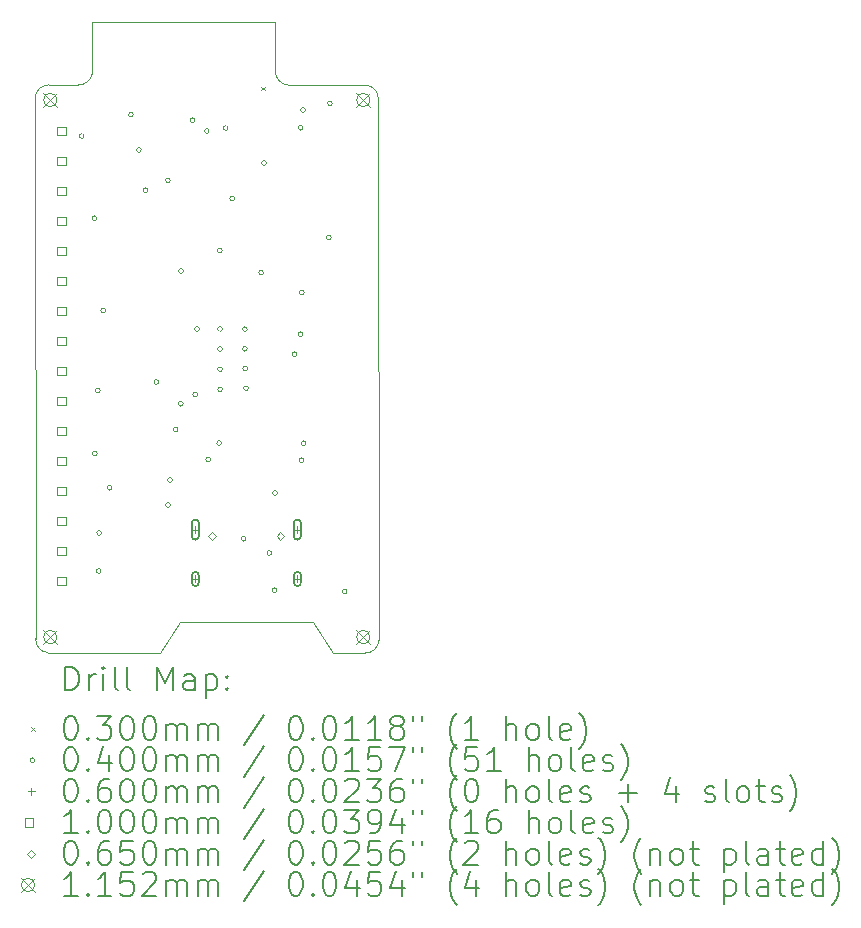
<source format=gbr>
%TF.GenerationSoftware,KiCad,Pcbnew,(6.0.10)*%
%TF.CreationDate,2023-02-05T17:29:57-05:00*%
%TF.ProjectId,MrKoh,4d724b6f-682e-46b6-9963-61645f706362,1*%
%TF.SameCoordinates,Original*%
%TF.FileFunction,Drillmap*%
%TF.FilePolarity,Positive*%
%FSLAX45Y45*%
G04 Gerber Fmt 4.5, Leading zero omitted, Abs format (unit mm)*
G04 Created by KiCad (PCBNEW (6.0.10)) date 2023-02-05 17:29:57*
%MOMM*%
%LPD*%
G01*
G04 APERTURE LIST*
%ADD10C,0.100000*%
%ADD11C,0.200000*%
%ADD12C,0.030000*%
%ADD13C,0.040000*%
%ADD14C,0.060000*%
%ADD15C,0.065000*%
%ADD16C,0.115200*%
G04 APERTURE END LIST*
D10*
X3847500Y-7967500D02*
X4120431Y-7968973D01*
X3679000Y-7709000D02*
X3847500Y-7967500D01*
X2553000Y-7709000D02*
X3679000Y-7709000D01*
X2385000Y-7967500D02*
X2553000Y-7709000D01*
X1692500Y-3160001D02*
G75*
G03*
X1810000Y-3065000I3390J115971D01*
G01*
X4231938Y-3277679D02*
X4237500Y-7862500D01*
X1810000Y-2630000D02*
X1810000Y-3065000D01*
X3360000Y-2630000D02*
X1810000Y-2630000D01*
X1330562Y-7849821D02*
X1328835Y-3254250D01*
X1330560Y-7849821D02*
G75*
G03*
X1437035Y-7966890I113320J-3889D01*
G01*
X1446335Y-3159250D02*
X1692500Y-3160000D01*
X4231940Y-3277679D02*
G75*
G03*
X4125465Y-3160610I-113320J3889D01*
G01*
X3361030Y-3042931D02*
G75*
G03*
X3467500Y-3160000I113320J-3889D01*
G01*
X1446335Y-3159250D02*
G75*
G03*
X1328835Y-3254250I-3390J-115971D01*
G01*
X3467500Y-3160000D02*
X4125465Y-3160610D01*
X4120431Y-7968970D02*
G75*
G03*
X4237500Y-7862500I3889J113320D01*
G01*
X2385000Y-7967500D02*
X1437035Y-7966890D01*
X3361027Y-3042931D02*
X3360000Y-2630000D01*
D11*
D12*
X3240000Y-3175000D02*
X3270000Y-3205000D01*
X3270000Y-3175000D02*
X3240000Y-3205000D01*
D13*
X1740000Y-3592500D02*
G75*
G03*
X1740000Y-3592500I-20000J0D01*
G01*
X1847450Y-4288006D02*
G75*
G03*
X1847450Y-4288006I-20000J0D01*
G01*
X1852500Y-6280000D02*
G75*
G03*
X1852500Y-6280000I-20000J0D01*
G01*
X1877500Y-5745000D02*
G75*
G03*
X1877500Y-5745000I-20000J0D01*
G01*
X1885000Y-7275000D02*
G75*
G03*
X1885000Y-7275000I-20000J0D01*
G01*
X1889000Y-6953000D02*
G75*
G03*
X1889000Y-6953000I-20000J0D01*
G01*
X1922500Y-5070000D02*
G75*
G03*
X1922500Y-5070000I-20000J0D01*
G01*
X1978000Y-6571000D02*
G75*
G03*
X1978000Y-6571000I-20000J0D01*
G01*
X2157500Y-3412450D02*
G75*
G03*
X2157500Y-3412450I-20000J0D01*
G01*
X2225000Y-3710000D02*
G75*
G03*
X2225000Y-3710000I-20000J0D01*
G01*
X2280000Y-4050000D02*
G75*
G03*
X2280000Y-4050000I-20000J0D01*
G01*
X2372500Y-5675000D02*
G75*
G03*
X2372500Y-5675000I-20000J0D01*
G01*
X2471270Y-3968730D02*
G75*
G03*
X2471270Y-3968730I-20000J0D01*
G01*
X2472500Y-6717500D02*
G75*
G03*
X2472500Y-6717500I-20000J0D01*
G01*
X2487500Y-6505000D02*
G75*
G03*
X2487500Y-6505000I-20000J0D01*
G01*
X2536000Y-6077000D02*
G75*
G03*
X2536000Y-6077000I-20000J0D01*
G01*
X2580000Y-5860000D02*
G75*
G03*
X2580000Y-5860000I-20000J0D01*
G01*
X2582000Y-4735000D02*
G75*
G03*
X2582000Y-4735000I-20000J0D01*
G01*
X2680000Y-3457450D02*
G75*
G03*
X2680000Y-3457450I-20000J0D01*
G01*
X2702500Y-5782500D02*
G75*
G03*
X2702500Y-5782500I-20000J0D01*
G01*
X2717500Y-5225000D02*
G75*
G03*
X2717500Y-5225000I-20000J0D01*
G01*
X2800000Y-3550000D02*
G75*
G03*
X2800000Y-3550000I-20000J0D01*
G01*
X2812450Y-6329995D02*
G75*
G03*
X2812450Y-6329995I-20000J0D01*
G01*
X2905000Y-6192495D02*
G75*
G03*
X2905000Y-6192495I-20000J0D01*
G01*
X2910000Y-4560000D02*
G75*
G03*
X2910000Y-4560000I-20000J0D01*
G01*
X2912500Y-5225000D02*
G75*
G03*
X2912500Y-5225000I-20000J0D01*
G01*
X2912500Y-5395833D02*
G75*
G03*
X2912500Y-5395833I-20000J0D01*
G01*
X2912500Y-5566667D02*
G75*
G03*
X2912500Y-5566667I-20000J0D01*
G01*
X2912500Y-5737500D02*
G75*
G03*
X2912500Y-5737500I-20000J0D01*
G01*
X2960000Y-3525000D02*
G75*
G03*
X2960000Y-3525000I-20000J0D01*
G01*
X3015000Y-4120000D02*
G75*
G03*
X3015000Y-4120000I-20000J0D01*
G01*
X3112500Y-7002500D02*
G75*
G03*
X3112500Y-7002500I-20000J0D01*
G01*
X3122500Y-5227500D02*
G75*
G03*
X3122500Y-5227500I-20000J0D01*
G01*
X3122500Y-5394167D02*
G75*
G03*
X3122500Y-5394167I-20000J0D01*
G01*
X3125000Y-5560833D02*
G75*
G03*
X3125000Y-5560833I-20000J0D01*
G01*
X3132500Y-5727500D02*
G75*
G03*
X3132500Y-5727500I-20000J0D01*
G01*
X3260000Y-4750000D02*
G75*
G03*
X3260000Y-4750000I-20000J0D01*
G01*
X3285000Y-3820000D02*
G75*
G03*
X3285000Y-3820000I-20000J0D01*
G01*
X3329462Y-7123038D02*
G75*
G03*
X3329462Y-7123038I-20000J0D01*
G01*
X3374000Y-7437000D02*
G75*
G03*
X3374000Y-7437000I-20000J0D01*
G01*
X3377500Y-6615000D02*
G75*
G03*
X3377500Y-6615000I-20000J0D01*
G01*
X3542500Y-5440000D02*
G75*
G03*
X3542500Y-5440000I-20000J0D01*
G01*
X3592500Y-5270000D02*
G75*
G03*
X3592500Y-5270000I-20000J0D01*
G01*
X3594995Y-3522455D02*
G75*
G03*
X3594995Y-3522455I-20000J0D01*
G01*
X3602500Y-6337500D02*
G75*
G03*
X3602500Y-6337500I-20000J0D01*
G01*
X3605000Y-4917500D02*
G75*
G03*
X3605000Y-4917500I-20000J0D01*
G01*
X3615611Y-3372450D02*
G75*
G03*
X3615611Y-3372450I-20000J0D01*
G01*
X3620538Y-6193038D02*
G75*
G03*
X3620538Y-6193038I-20000J0D01*
G01*
X3832500Y-4450000D02*
G75*
G03*
X3832500Y-4450000I-20000J0D01*
G01*
X3842500Y-3315000D02*
G75*
G03*
X3842500Y-3315000I-20000J0D01*
G01*
X3967500Y-7447500D02*
G75*
G03*
X3967500Y-7447500I-20000J0D01*
G01*
D14*
X2683000Y-6894495D02*
X2683000Y-6954495D01*
X2653000Y-6924495D02*
X2713000Y-6924495D01*
D11*
X2653000Y-6869495D02*
X2653000Y-6979495D01*
X2713000Y-6869495D02*
X2713000Y-6979495D01*
X2653000Y-6979495D02*
G75*
G03*
X2713000Y-6979495I30000J0D01*
G01*
X2713000Y-6869495D02*
G75*
G03*
X2653000Y-6869495I-30000J0D01*
G01*
D14*
X2683000Y-7312495D02*
X2683000Y-7372495D01*
X2653000Y-7342495D02*
X2713000Y-7342495D01*
D11*
X2653000Y-7312495D02*
X2653000Y-7372495D01*
X2713000Y-7312495D02*
X2713000Y-7372495D01*
X2653000Y-7372495D02*
G75*
G03*
X2713000Y-7372495I30000J0D01*
G01*
X2713000Y-7312495D02*
G75*
G03*
X2653000Y-7312495I-30000J0D01*
G01*
D14*
X3547000Y-6894495D02*
X3547000Y-6954495D01*
X3517000Y-6924495D02*
X3577000Y-6924495D01*
D11*
X3517000Y-6869495D02*
X3517000Y-6979495D01*
X3577000Y-6869495D02*
X3577000Y-6979495D01*
X3517000Y-6979495D02*
G75*
G03*
X3577000Y-6979495I30000J0D01*
G01*
X3577000Y-6869495D02*
G75*
G03*
X3517000Y-6869495I-30000J0D01*
G01*
D14*
X3547000Y-7312495D02*
X3547000Y-7372495D01*
X3517000Y-7342495D02*
X3577000Y-7342495D01*
D11*
X3517000Y-7312495D02*
X3517000Y-7372495D01*
X3577000Y-7312495D02*
X3577000Y-7372495D01*
X3517000Y-7372495D02*
G75*
G03*
X3577000Y-7372495I30000J0D01*
G01*
X3577000Y-7312495D02*
G75*
G03*
X3517000Y-7312495I-30000J0D01*
G01*
D10*
X1585356Y-3585356D02*
X1585356Y-3514644D01*
X1514644Y-3514644D01*
X1514644Y-3585356D01*
X1585356Y-3585356D01*
X1585356Y-3839356D02*
X1585356Y-3768644D01*
X1514644Y-3768644D01*
X1514644Y-3839356D01*
X1585356Y-3839356D01*
X1585356Y-4093356D02*
X1585356Y-4022644D01*
X1514644Y-4022644D01*
X1514644Y-4093356D01*
X1585356Y-4093356D01*
X1585356Y-4347356D02*
X1585356Y-4276644D01*
X1514644Y-4276644D01*
X1514644Y-4347356D01*
X1585356Y-4347356D01*
X1585356Y-4601356D02*
X1585356Y-4530644D01*
X1514644Y-4530644D01*
X1514644Y-4601356D01*
X1585356Y-4601356D01*
X1585356Y-4855356D02*
X1585356Y-4784644D01*
X1514644Y-4784644D01*
X1514644Y-4855356D01*
X1585356Y-4855356D01*
X1585356Y-5109356D02*
X1585356Y-5038644D01*
X1514644Y-5038644D01*
X1514644Y-5109356D01*
X1585356Y-5109356D01*
X1585356Y-5363356D02*
X1585356Y-5292644D01*
X1514644Y-5292644D01*
X1514644Y-5363356D01*
X1585356Y-5363356D01*
X1585356Y-5617356D02*
X1585356Y-5546644D01*
X1514644Y-5546644D01*
X1514644Y-5617356D01*
X1585356Y-5617356D01*
X1585356Y-5871356D02*
X1585356Y-5800644D01*
X1514644Y-5800644D01*
X1514644Y-5871356D01*
X1585356Y-5871356D01*
X1585356Y-6125356D02*
X1585356Y-6054644D01*
X1514644Y-6054644D01*
X1514644Y-6125356D01*
X1585356Y-6125356D01*
X1585356Y-6379356D02*
X1585356Y-6308644D01*
X1514644Y-6308644D01*
X1514644Y-6379356D01*
X1585356Y-6379356D01*
X1585356Y-6633356D02*
X1585356Y-6562644D01*
X1514644Y-6562644D01*
X1514644Y-6633356D01*
X1585356Y-6633356D01*
X1585356Y-6887356D02*
X1585356Y-6816644D01*
X1514644Y-6816644D01*
X1514644Y-6887356D01*
X1585356Y-6887356D01*
X1585356Y-7141356D02*
X1585356Y-7070644D01*
X1514644Y-7070644D01*
X1514644Y-7141356D01*
X1585356Y-7141356D01*
X1585356Y-7395356D02*
X1585356Y-7324644D01*
X1514644Y-7324644D01*
X1514644Y-7395356D01*
X1585356Y-7395356D01*
D15*
X2826000Y-7009995D02*
X2858500Y-6977495D01*
X2826000Y-6944995D01*
X2793500Y-6977495D01*
X2826000Y-7009995D01*
X3404000Y-7009995D02*
X3436500Y-6977495D01*
X3404000Y-6944995D01*
X3371500Y-6977495D01*
X3404000Y-7009995D01*
D16*
X1397400Y-3229900D02*
X1512600Y-3345100D01*
X1512600Y-3229900D02*
X1397400Y-3345100D01*
X1512600Y-3287500D02*
G75*
G03*
X1512600Y-3287500I-57600J0D01*
G01*
X1397400Y-7777400D02*
X1512600Y-7892600D01*
X1512600Y-7777400D02*
X1397400Y-7892600D01*
X1512600Y-7835000D02*
G75*
G03*
X1512600Y-7835000I-57600J0D01*
G01*
X4047400Y-3229900D02*
X4162600Y-3345100D01*
X4162600Y-3229900D02*
X4047400Y-3345100D01*
X4162600Y-3287500D02*
G75*
G03*
X4162600Y-3287500I-57600J0D01*
G01*
X4047400Y-7777400D02*
X4162600Y-7892600D01*
X4162600Y-7777400D02*
X4047400Y-7892600D01*
X4162600Y-7835000D02*
G75*
G03*
X4162600Y-7835000I-57600J0D01*
G01*
D11*
X1581454Y-8284513D02*
X1581454Y-8084513D01*
X1629073Y-8084513D01*
X1657645Y-8094037D01*
X1676692Y-8113085D01*
X1686216Y-8132132D01*
X1695740Y-8170227D01*
X1695740Y-8198799D01*
X1686216Y-8236894D01*
X1676692Y-8255942D01*
X1657645Y-8274989D01*
X1629073Y-8284513D01*
X1581454Y-8284513D01*
X1781454Y-8284513D02*
X1781454Y-8151180D01*
X1781454Y-8189275D02*
X1790978Y-8170227D01*
X1800502Y-8160704D01*
X1819549Y-8151180D01*
X1838597Y-8151180D01*
X1905264Y-8284513D02*
X1905264Y-8151180D01*
X1905264Y-8084513D02*
X1895740Y-8094037D01*
X1905264Y-8103561D01*
X1914787Y-8094037D01*
X1905264Y-8084513D01*
X1905264Y-8103561D01*
X2029073Y-8284513D02*
X2010025Y-8274989D01*
X2000502Y-8255942D01*
X2000502Y-8084513D01*
X2133835Y-8284513D02*
X2114787Y-8274989D01*
X2105264Y-8255942D01*
X2105264Y-8084513D01*
X2362407Y-8284513D02*
X2362407Y-8084513D01*
X2429073Y-8227370D01*
X2495740Y-8084513D01*
X2495740Y-8284513D01*
X2676692Y-8284513D02*
X2676692Y-8179751D01*
X2667168Y-8160704D01*
X2648121Y-8151180D01*
X2610026Y-8151180D01*
X2590978Y-8160704D01*
X2676692Y-8274989D02*
X2657645Y-8284513D01*
X2610026Y-8284513D01*
X2590978Y-8274989D01*
X2581454Y-8255942D01*
X2581454Y-8236894D01*
X2590978Y-8217847D01*
X2610026Y-8208323D01*
X2657645Y-8208323D01*
X2676692Y-8198799D01*
X2771930Y-8151180D02*
X2771930Y-8351180D01*
X2771930Y-8160704D02*
X2790978Y-8151180D01*
X2829073Y-8151180D01*
X2848121Y-8160704D01*
X2857645Y-8170227D01*
X2867168Y-8189275D01*
X2867168Y-8246418D01*
X2857645Y-8265466D01*
X2848121Y-8274989D01*
X2829073Y-8284513D01*
X2790978Y-8284513D01*
X2771930Y-8274989D01*
X2952883Y-8265466D02*
X2962406Y-8274989D01*
X2952883Y-8284513D01*
X2943359Y-8274989D01*
X2952883Y-8265466D01*
X2952883Y-8284513D01*
X2952883Y-8160704D02*
X2962406Y-8170227D01*
X2952883Y-8179751D01*
X2943359Y-8170227D01*
X2952883Y-8160704D01*
X2952883Y-8179751D01*
D12*
X1293835Y-8599037D02*
X1323835Y-8629037D01*
X1323835Y-8599037D02*
X1293835Y-8629037D01*
D11*
X1619549Y-8504513D02*
X1638597Y-8504513D01*
X1657645Y-8514037D01*
X1667168Y-8523561D01*
X1676692Y-8542609D01*
X1686216Y-8580704D01*
X1686216Y-8628323D01*
X1676692Y-8666418D01*
X1667168Y-8685466D01*
X1657645Y-8694989D01*
X1638597Y-8704513D01*
X1619549Y-8704513D01*
X1600502Y-8694989D01*
X1590978Y-8685466D01*
X1581454Y-8666418D01*
X1571930Y-8628323D01*
X1571930Y-8580704D01*
X1581454Y-8542609D01*
X1590978Y-8523561D01*
X1600502Y-8514037D01*
X1619549Y-8504513D01*
X1771930Y-8685466D02*
X1781454Y-8694989D01*
X1771930Y-8704513D01*
X1762406Y-8694989D01*
X1771930Y-8685466D01*
X1771930Y-8704513D01*
X1848121Y-8504513D02*
X1971930Y-8504513D01*
X1905264Y-8580704D01*
X1933835Y-8580704D01*
X1952883Y-8590228D01*
X1962406Y-8599751D01*
X1971930Y-8618799D01*
X1971930Y-8666418D01*
X1962406Y-8685466D01*
X1952883Y-8694989D01*
X1933835Y-8704513D01*
X1876692Y-8704513D01*
X1857645Y-8694989D01*
X1848121Y-8685466D01*
X2095740Y-8504513D02*
X2114787Y-8504513D01*
X2133835Y-8514037D01*
X2143359Y-8523561D01*
X2152883Y-8542609D01*
X2162407Y-8580704D01*
X2162407Y-8628323D01*
X2152883Y-8666418D01*
X2143359Y-8685466D01*
X2133835Y-8694989D01*
X2114787Y-8704513D01*
X2095740Y-8704513D01*
X2076692Y-8694989D01*
X2067168Y-8685466D01*
X2057645Y-8666418D01*
X2048121Y-8628323D01*
X2048121Y-8580704D01*
X2057645Y-8542609D01*
X2067168Y-8523561D01*
X2076692Y-8514037D01*
X2095740Y-8504513D01*
X2286216Y-8504513D02*
X2305264Y-8504513D01*
X2324311Y-8514037D01*
X2333835Y-8523561D01*
X2343359Y-8542609D01*
X2352883Y-8580704D01*
X2352883Y-8628323D01*
X2343359Y-8666418D01*
X2333835Y-8685466D01*
X2324311Y-8694989D01*
X2305264Y-8704513D01*
X2286216Y-8704513D01*
X2267168Y-8694989D01*
X2257645Y-8685466D01*
X2248121Y-8666418D01*
X2238597Y-8628323D01*
X2238597Y-8580704D01*
X2248121Y-8542609D01*
X2257645Y-8523561D01*
X2267168Y-8514037D01*
X2286216Y-8504513D01*
X2438597Y-8704513D02*
X2438597Y-8571180D01*
X2438597Y-8590228D02*
X2448121Y-8580704D01*
X2467168Y-8571180D01*
X2495740Y-8571180D01*
X2514787Y-8580704D01*
X2524311Y-8599751D01*
X2524311Y-8704513D01*
X2524311Y-8599751D02*
X2533835Y-8580704D01*
X2552883Y-8571180D01*
X2581454Y-8571180D01*
X2600502Y-8580704D01*
X2610026Y-8599751D01*
X2610026Y-8704513D01*
X2705264Y-8704513D02*
X2705264Y-8571180D01*
X2705264Y-8590228D02*
X2714787Y-8580704D01*
X2733835Y-8571180D01*
X2762407Y-8571180D01*
X2781454Y-8580704D01*
X2790978Y-8599751D01*
X2790978Y-8704513D01*
X2790978Y-8599751D02*
X2800502Y-8580704D01*
X2819549Y-8571180D01*
X2848121Y-8571180D01*
X2867168Y-8580704D01*
X2876692Y-8599751D01*
X2876692Y-8704513D01*
X3267168Y-8494989D02*
X3095740Y-8752132D01*
X3524311Y-8504513D02*
X3543359Y-8504513D01*
X3562406Y-8514037D01*
X3571930Y-8523561D01*
X3581454Y-8542609D01*
X3590978Y-8580704D01*
X3590978Y-8628323D01*
X3581454Y-8666418D01*
X3571930Y-8685466D01*
X3562406Y-8694989D01*
X3543359Y-8704513D01*
X3524311Y-8704513D01*
X3505264Y-8694989D01*
X3495740Y-8685466D01*
X3486216Y-8666418D01*
X3476692Y-8628323D01*
X3476692Y-8580704D01*
X3486216Y-8542609D01*
X3495740Y-8523561D01*
X3505264Y-8514037D01*
X3524311Y-8504513D01*
X3676692Y-8685466D02*
X3686216Y-8694989D01*
X3676692Y-8704513D01*
X3667168Y-8694989D01*
X3676692Y-8685466D01*
X3676692Y-8704513D01*
X3810025Y-8504513D02*
X3829073Y-8504513D01*
X3848121Y-8514037D01*
X3857645Y-8523561D01*
X3867168Y-8542609D01*
X3876692Y-8580704D01*
X3876692Y-8628323D01*
X3867168Y-8666418D01*
X3857645Y-8685466D01*
X3848121Y-8694989D01*
X3829073Y-8704513D01*
X3810025Y-8704513D01*
X3790978Y-8694989D01*
X3781454Y-8685466D01*
X3771930Y-8666418D01*
X3762406Y-8628323D01*
X3762406Y-8580704D01*
X3771930Y-8542609D01*
X3781454Y-8523561D01*
X3790978Y-8514037D01*
X3810025Y-8504513D01*
X4067168Y-8704513D02*
X3952883Y-8704513D01*
X4010025Y-8704513D02*
X4010025Y-8504513D01*
X3990978Y-8533085D01*
X3971930Y-8552132D01*
X3952883Y-8561656D01*
X4257645Y-8704513D02*
X4143359Y-8704513D01*
X4200502Y-8704513D02*
X4200502Y-8504513D01*
X4181454Y-8533085D01*
X4162406Y-8552132D01*
X4143359Y-8561656D01*
X4371930Y-8590228D02*
X4352883Y-8580704D01*
X4343359Y-8571180D01*
X4333835Y-8552132D01*
X4333835Y-8542609D01*
X4343359Y-8523561D01*
X4352883Y-8514037D01*
X4371930Y-8504513D01*
X4410026Y-8504513D01*
X4429073Y-8514037D01*
X4438597Y-8523561D01*
X4448121Y-8542609D01*
X4448121Y-8552132D01*
X4438597Y-8571180D01*
X4429073Y-8580704D01*
X4410026Y-8590228D01*
X4371930Y-8590228D01*
X4352883Y-8599751D01*
X4343359Y-8609275D01*
X4333835Y-8628323D01*
X4333835Y-8666418D01*
X4343359Y-8685466D01*
X4352883Y-8694989D01*
X4371930Y-8704513D01*
X4410026Y-8704513D01*
X4429073Y-8694989D01*
X4438597Y-8685466D01*
X4448121Y-8666418D01*
X4448121Y-8628323D01*
X4438597Y-8609275D01*
X4429073Y-8599751D01*
X4410026Y-8590228D01*
X4524311Y-8504513D02*
X4524311Y-8542609D01*
X4600502Y-8504513D02*
X4600502Y-8542609D01*
X4895740Y-8780704D02*
X4886216Y-8771180D01*
X4867168Y-8742609D01*
X4857645Y-8723561D01*
X4848121Y-8694989D01*
X4838597Y-8647370D01*
X4838597Y-8609275D01*
X4848121Y-8561656D01*
X4857645Y-8533085D01*
X4867168Y-8514037D01*
X4886216Y-8485466D01*
X4895740Y-8475942D01*
X5076692Y-8704513D02*
X4962407Y-8704513D01*
X5019549Y-8704513D02*
X5019549Y-8504513D01*
X5000502Y-8533085D01*
X4981454Y-8552132D01*
X4962407Y-8561656D01*
X5314787Y-8704513D02*
X5314787Y-8504513D01*
X5400502Y-8704513D02*
X5400502Y-8599751D01*
X5390978Y-8580704D01*
X5371930Y-8571180D01*
X5343359Y-8571180D01*
X5324311Y-8580704D01*
X5314787Y-8590228D01*
X5524311Y-8704513D02*
X5505264Y-8694989D01*
X5495740Y-8685466D01*
X5486216Y-8666418D01*
X5486216Y-8609275D01*
X5495740Y-8590228D01*
X5505264Y-8580704D01*
X5524311Y-8571180D01*
X5552883Y-8571180D01*
X5571930Y-8580704D01*
X5581454Y-8590228D01*
X5590978Y-8609275D01*
X5590978Y-8666418D01*
X5581454Y-8685466D01*
X5571930Y-8694989D01*
X5552883Y-8704513D01*
X5524311Y-8704513D01*
X5705264Y-8704513D02*
X5686216Y-8694989D01*
X5676692Y-8675942D01*
X5676692Y-8504513D01*
X5857645Y-8694989D02*
X5838597Y-8704513D01*
X5800502Y-8704513D01*
X5781454Y-8694989D01*
X5771930Y-8675942D01*
X5771930Y-8599751D01*
X5781454Y-8580704D01*
X5800502Y-8571180D01*
X5838597Y-8571180D01*
X5857645Y-8580704D01*
X5867168Y-8599751D01*
X5867168Y-8618799D01*
X5771930Y-8637847D01*
X5933835Y-8780704D02*
X5943359Y-8771180D01*
X5962406Y-8742609D01*
X5971930Y-8723561D01*
X5981454Y-8694989D01*
X5990978Y-8647370D01*
X5990978Y-8609275D01*
X5981454Y-8561656D01*
X5971930Y-8533085D01*
X5962406Y-8514037D01*
X5943359Y-8485466D01*
X5933835Y-8475942D01*
D13*
X1323835Y-8878037D02*
G75*
G03*
X1323835Y-8878037I-20000J0D01*
G01*
D11*
X1619549Y-8768513D02*
X1638597Y-8768513D01*
X1657645Y-8778037D01*
X1667168Y-8787561D01*
X1676692Y-8806609D01*
X1686216Y-8844704D01*
X1686216Y-8892323D01*
X1676692Y-8930418D01*
X1667168Y-8949466D01*
X1657645Y-8958989D01*
X1638597Y-8968513D01*
X1619549Y-8968513D01*
X1600502Y-8958989D01*
X1590978Y-8949466D01*
X1581454Y-8930418D01*
X1571930Y-8892323D01*
X1571930Y-8844704D01*
X1581454Y-8806609D01*
X1590978Y-8787561D01*
X1600502Y-8778037D01*
X1619549Y-8768513D01*
X1771930Y-8949466D02*
X1781454Y-8958989D01*
X1771930Y-8968513D01*
X1762406Y-8958989D01*
X1771930Y-8949466D01*
X1771930Y-8968513D01*
X1952883Y-8835180D02*
X1952883Y-8968513D01*
X1905264Y-8758989D02*
X1857645Y-8901847D01*
X1981454Y-8901847D01*
X2095740Y-8768513D02*
X2114787Y-8768513D01*
X2133835Y-8778037D01*
X2143359Y-8787561D01*
X2152883Y-8806609D01*
X2162407Y-8844704D01*
X2162407Y-8892323D01*
X2152883Y-8930418D01*
X2143359Y-8949466D01*
X2133835Y-8958989D01*
X2114787Y-8968513D01*
X2095740Y-8968513D01*
X2076692Y-8958989D01*
X2067168Y-8949466D01*
X2057645Y-8930418D01*
X2048121Y-8892323D01*
X2048121Y-8844704D01*
X2057645Y-8806609D01*
X2067168Y-8787561D01*
X2076692Y-8778037D01*
X2095740Y-8768513D01*
X2286216Y-8768513D02*
X2305264Y-8768513D01*
X2324311Y-8778037D01*
X2333835Y-8787561D01*
X2343359Y-8806609D01*
X2352883Y-8844704D01*
X2352883Y-8892323D01*
X2343359Y-8930418D01*
X2333835Y-8949466D01*
X2324311Y-8958989D01*
X2305264Y-8968513D01*
X2286216Y-8968513D01*
X2267168Y-8958989D01*
X2257645Y-8949466D01*
X2248121Y-8930418D01*
X2238597Y-8892323D01*
X2238597Y-8844704D01*
X2248121Y-8806609D01*
X2257645Y-8787561D01*
X2267168Y-8778037D01*
X2286216Y-8768513D01*
X2438597Y-8968513D02*
X2438597Y-8835180D01*
X2438597Y-8854228D02*
X2448121Y-8844704D01*
X2467168Y-8835180D01*
X2495740Y-8835180D01*
X2514787Y-8844704D01*
X2524311Y-8863751D01*
X2524311Y-8968513D01*
X2524311Y-8863751D02*
X2533835Y-8844704D01*
X2552883Y-8835180D01*
X2581454Y-8835180D01*
X2600502Y-8844704D01*
X2610026Y-8863751D01*
X2610026Y-8968513D01*
X2705264Y-8968513D02*
X2705264Y-8835180D01*
X2705264Y-8854228D02*
X2714787Y-8844704D01*
X2733835Y-8835180D01*
X2762407Y-8835180D01*
X2781454Y-8844704D01*
X2790978Y-8863751D01*
X2790978Y-8968513D01*
X2790978Y-8863751D02*
X2800502Y-8844704D01*
X2819549Y-8835180D01*
X2848121Y-8835180D01*
X2867168Y-8844704D01*
X2876692Y-8863751D01*
X2876692Y-8968513D01*
X3267168Y-8758989D02*
X3095740Y-9016132D01*
X3524311Y-8768513D02*
X3543359Y-8768513D01*
X3562406Y-8778037D01*
X3571930Y-8787561D01*
X3581454Y-8806609D01*
X3590978Y-8844704D01*
X3590978Y-8892323D01*
X3581454Y-8930418D01*
X3571930Y-8949466D01*
X3562406Y-8958989D01*
X3543359Y-8968513D01*
X3524311Y-8968513D01*
X3505264Y-8958989D01*
X3495740Y-8949466D01*
X3486216Y-8930418D01*
X3476692Y-8892323D01*
X3476692Y-8844704D01*
X3486216Y-8806609D01*
X3495740Y-8787561D01*
X3505264Y-8778037D01*
X3524311Y-8768513D01*
X3676692Y-8949466D02*
X3686216Y-8958989D01*
X3676692Y-8968513D01*
X3667168Y-8958989D01*
X3676692Y-8949466D01*
X3676692Y-8968513D01*
X3810025Y-8768513D02*
X3829073Y-8768513D01*
X3848121Y-8778037D01*
X3857645Y-8787561D01*
X3867168Y-8806609D01*
X3876692Y-8844704D01*
X3876692Y-8892323D01*
X3867168Y-8930418D01*
X3857645Y-8949466D01*
X3848121Y-8958989D01*
X3829073Y-8968513D01*
X3810025Y-8968513D01*
X3790978Y-8958989D01*
X3781454Y-8949466D01*
X3771930Y-8930418D01*
X3762406Y-8892323D01*
X3762406Y-8844704D01*
X3771930Y-8806609D01*
X3781454Y-8787561D01*
X3790978Y-8778037D01*
X3810025Y-8768513D01*
X4067168Y-8968513D02*
X3952883Y-8968513D01*
X4010025Y-8968513D02*
X4010025Y-8768513D01*
X3990978Y-8797085D01*
X3971930Y-8816132D01*
X3952883Y-8825656D01*
X4248121Y-8768513D02*
X4152883Y-8768513D01*
X4143359Y-8863751D01*
X4152883Y-8854228D01*
X4171930Y-8844704D01*
X4219549Y-8844704D01*
X4238597Y-8854228D01*
X4248121Y-8863751D01*
X4257645Y-8882799D01*
X4257645Y-8930418D01*
X4248121Y-8949466D01*
X4238597Y-8958989D01*
X4219549Y-8968513D01*
X4171930Y-8968513D01*
X4152883Y-8958989D01*
X4143359Y-8949466D01*
X4324311Y-8768513D02*
X4457645Y-8768513D01*
X4371930Y-8968513D01*
X4524311Y-8768513D02*
X4524311Y-8806609D01*
X4600502Y-8768513D02*
X4600502Y-8806609D01*
X4895740Y-9044704D02*
X4886216Y-9035180D01*
X4867168Y-9006609D01*
X4857645Y-8987561D01*
X4848121Y-8958989D01*
X4838597Y-8911370D01*
X4838597Y-8873275D01*
X4848121Y-8825656D01*
X4857645Y-8797085D01*
X4867168Y-8778037D01*
X4886216Y-8749466D01*
X4895740Y-8739942D01*
X5067168Y-8768513D02*
X4971930Y-8768513D01*
X4962407Y-8863751D01*
X4971930Y-8854228D01*
X4990978Y-8844704D01*
X5038597Y-8844704D01*
X5057645Y-8854228D01*
X5067168Y-8863751D01*
X5076692Y-8882799D01*
X5076692Y-8930418D01*
X5067168Y-8949466D01*
X5057645Y-8958989D01*
X5038597Y-8968513D01*
X4990978Y-8968513D01*
X4971930Y-8958989D01*
X4962407Y-8949466D01*
X5267168Y-8968513D02*
X5152883Y-8968513D01*
X5210026Y-8968513D02*
X5210026Y-8768513D01*
X5190978Y-8797085D01*
X5171930Y-8816132D01*
X5152883Y-8825656D01*
X5505264Y-8968513D02*
X5505264Y-8768513D01*
X5590978Y-8968513D02*
X5590978Y-8863751D01*
X5581454Y-8844704D01*
X5562407Y-8835180D01*
X5533835Y-8835180D01*
X5514787Y-8844704D01*
X5505264Y-8854228D01*
X5714787Y-8968513D02*
X5695740Y-8958989D01*
X5686216Y-8949466D01*
X5676692Y-8930418D01*
X5676692Y-8873275D01*
X5686216Y-8854228D01*
X5695740Y-8844704D01*
X5714787Y-8835180D01*
X5743359Y-8835180D01*
X5762406Y-8844704D01*
X5771930Y-8854228D01*
X5781454Y-8873275D01*
X5781454Y-8930418D01*
X5771930Y-8949466D01*
X5762406Y-8958989D01*
X5743359Y-8968513D01*
X5714787Y-8968513D01*
X5895740Y-8968513D02*
X5876692Y-8958989D01*
X5867168Y-8939942D01*
X5867168Y-8768513D01*
X6048121Y-8958989D02*
X6029073Y-8968513D01*
X5990978Y-8968513D01*
X5971930Y-8958989D01*
X5962406Y-8939942D01*
X5962406Y-8863751D01*
X5971930Y-8844704D01*
X5990978Y-8835180D01*
X6029073Y-8835180D01*
X6048121Y-8844704D01*
X6057645Y-8863751D01*
X6057645Y-8882799D01*
X5962406Y-8901847D01*
X6133835Y-8958989D02*
X6152883Y-8968513D01*
X6190978Y-8968513D01*
X6210025Y-8958989D01*
X6219549Y-8939942D01*
X6219549Y-8930418D01*
X6210025Y-8911370D01*
X6190978Y-8901847D01*
X6162406Y-8901847D01*
X6143359Y-8892323D01*
X6133835Y-8873275D01*
X6133835Y-8863751D01*
X6143359Y-8844704D01*
X6162406Y-8835180D01*
X6190978Y-8835180D01*
X6210025Y-8844704D01*
X6286216Y-9044704D02*
X6295740Y-9035180D01*
X6314787Y-9006609D01*
X6324311Y-8987561D01*
X6333835Y-8958989D01*
X6343359Y-8911370D01*
X6343359Y-8873275D01*
X6333835Y-8825656D01*
X6324311Y-8797085D01*
X6314787Y-8778037D01*
X6295740Y-8749466D01*
X6286216Y-8739942D01*
D14*
X1293835Y-9112037D02*
X1293835Y-9172037D01*
X1263835Y-9142037D02*
X1323835Y-9142037D01*
D11*
X1619549Y-9032513D02*
X1638597Y-9032513D01*
X1657645Y-9042037D01*
X1667168Y-9051561D01*
X1676692Y-9070609D01*
X1686216Y-9108704D01*
X1686216Y-9156323D01*
X1676692Y-9194418D01*
X1667168Y-9213466D01*
X1657645Y-9222989D01*
X1638597Y-9232513D01*
X1619549Y-9232513D01*
X1600502Y-9222989D01*
X1590978Y-9213466D01*
X1581454Y-9194418D01*
X1571930Y-9156323D01*
X1571930Y-9108704D01*
X1581454Y-9070609D01*
X1590978Y-9051561D01*
X1600502Y-9042037D01*
X1619549Y-9032513D01*
X1771930Y-9213466D02*
X1781454Y-9222989D01*
X1771930Y-9232513D01*
X1762406Y-9222989D01*
X1771930Y-9213466D01*
X1771930Y-9232513D01*
X1952883Y-9032513D02*
X1914787Y-9032513D01*
X1895740Y-9042037D01*
X1886216Y-9051561D01*
X1867168Y-9080132D01*
X1857645Y-9118228D01*
X1857645Y-9194418D01*
X1867168Y-9213466D01*
X1876692Y-9222989D01*
X1895740Y-9232513D01*
X1933835Y-9232513D01*
X1952883Y-9222989D01*
X1962406Y-9213466D01*
X1971930Y-9194418D01*
X1971930Y-9146799D01*
X1962406Y-9127751D01*
X1952883Y-9118228D01*
X1933835Y-9108704D01*
X1895740Y-9108704D01*
X1876692Y-9118228D01*
X1867168Y-9127751D01*
X1857645Y-9146799D01*
X2095740Y-9032513D02*
X2114787Y-9032513D01*
X2133835Y-9042037D01*
X2143359Y-9051561D01*
X2152883Y-9070609D01*
X2162407Y-9108704D01*
X2162407Y-9156323D01*
X2152883Y-9194418D01*
X2143359Y-9213466D01*
X2133835Y-9222989D01*
X2114787Y-9232513D01*
X2095740Y-9232513D01*
X2076692Y-9222989D01*
X2067168Y-9213466D01*
X2057645Y-9194418D01*
X2048121Y-9156323D01*
X2048121Y-9108704D01*
X2057645Y-9070609D01*
X2067168Y-9051561D01*
X2076692Y-9042037D01*
X2095740Y-9032513D01*
X2286216Y-9032513D02*
X2305264Y-9032513D01*
X2324311Y-9042037D01*
X2333835Y-9051561D01*
X2343359Y-9070609D01*
X2352883Y-9108704D01*
X2352883Y-9156323D01*
X2343359Y-9194418D01*
X2333835Y-9213466D01*
X2324311Y-9222989D01*
X2305264Y-9232513D01*
X2286216Y-9232513D01*
X2267168Y-9222989D01*
X2257645Y-9213466D01*
X2248121Y-9194418D01*
X2238597Y-9156323D01*
X2238597Y-9108704D01*
X2248121Y-9070609D01*
X2257645Y-9051561D01*
X2267168Y-9042037D01*
X2286216Y-9032513D01*
X2438597Y-9232513D02*
X2438597Y-9099180D01*
X2438597Y-9118228D02*
X2448121Y-9108704D01*
X2467168Y-9099180D01*
X2495740Y-9099180D01*
X2514787Y-9108704D01*
X2524311Y-9127751D01*
X2524311Y-9232513D01*
X2524311Y-9127751D02*
X2533835Y-9108704D01*
X2552883Y-9099180D01*
X2581454Y-9099180D01*
X2600502Y-9108704D01*
X2610026Y-9127751D01*
X2610026Y-9232513D01*
X2705264Y-9232513D02*
X2705264Y-9099180D01*
X2705264Y-9118228D02*
X2714787Y-9108704D01*
X2733835Y-9099180D01*
X2762407Y-9099180D01*
X2781454Y-9108704D01*
X2790978Y-9127751D01*
X2790978Y-9232513D01*
X2790978Y-9127751D02*
X2800502Y-9108704D01*
X2819549Y-9099180D01*
X2848121Y-9099180D01*
X2867168Y-9108704D01*
X2876692Y-9127751D01*
X2876692Y-9232513D01*
X3267168Y-9022989D02*
X3095740Y-9280132D01*
X3524311Y-9032513D02*
X3543359Y-9032513D01*
X3562406Y-9042037D01*
X3571930Y-9051561D01*
X3581454Y-9070609D01*
X3590978Y-9108704D01*
X3590978Y-9156323D01*
X3581454Y-9194418D01*
X3571930Y-9213466D01*
X3562406Y-9222989D01*
X3543359Y-9232513D01*
X3524311Y-9232513D01*
X3505264Y-9222989D01*
X3495740Y-9213466D01*
X3486216Y-9194418D01*
X3476692Y-9156323D01*
X3476692Y-9108704D01*
X3486216Y-9070609D01*
X3495740Y-9051561D01*
X3505264Y-9042037D01*
X3524311Y-9032513D01*
X3676692Y-9213466D02*
X3686216Y-9222989D01*
X3676692Y-9232513D01*
X3667168Y-9222989D01*
X3676692Y-9213466D01*
X3676692Y-9232513D01*
X3810025Y-9032513D02*
X3829073Y-9032513D01*
X3848121Y-9042037D01*
X3857645Y-9051561D01*
X3867168Y-9070609D01*
X3876692Y-9108704D01*
X3876692Y-9156323D01*
X3867168Y-9194418D01*
X3857645Y-9213466D01*
X3848121Y-9222989D01*
X3829073Y-9232513D01*
X3810025Y-9232513D01*
X3790978Y-9222989D01*
X3781454Y-9213466D01*
X3771930Y-9194418D01*
X3762406Y-9156323D01*
X3762406Y-9108704D01*
X3771930Y-9070609D01*
X3781454Y-9051561D01*
X3790978Y-9042037D01*
X3810025Y-9032513D01*
X3952883Y-9051561D02*
X3962406Y-9042037D01*
X3981454Y-9032513D01*
X4029073Y-9032513D01*
X4048121Y-9042037D01*
X4057645Y-9051561D01*
X4067168Y-9070609D01*
X4067168Y-9089656D01*
X4057645Y-9118228D01*
X3943359Y-9232513D01*
X4067168Y-9232513D01*
X4133835Y-9032513D02*
X4257645Y-9032513D01*
X4190978Y-9108704D01*
X4219549Y-9108704D01*
X4238597Y-9118228D01*
X4248121Y-9127751D01*
X4257645Y-9146799D01*
X4257645Y-9194418D01*
X4248121Y-9213466D01*
X4238597Y-9222989D01*
X4219549Y-9232513D01*
X4162406Y-9232513D01*
X4143359Y-9222989D01*
X4133835Y-9213466D01*
X4429073Y-9032513D02*
X4390978Y-9032513D01*
X4371930Y-9042037D01*
X4362407Y-9051561D01*
X4343359Y-9080132D01*
X4333835Y-9118228D01*
X4333835Y-9194418D01*
X4343359Y-9213466D01*
X4352883Y-9222989D01*
X4371930Y-9232513D01*
X4410026Y-9232513D01*
X4429073Y-9222989D01*
X4438597Y-9213466D01*
X4448121Y-9194418D01*
X4448121Y-9146799D01*
X4438597Y-9127751D01*
X4429073Y-9118228D01*
X4410026Y-9108704D01*
X4371930Y-9108704D01*
X4352883Y-9118228D01*
X4343359Y-9127751D01*
X4333835Y-9146799D01*
X4524311Y-9032513D02*
X4524311Y-9070609D01*
X4600502Y-9032513D02*
X4600502Y-9070609D01*
X4895740Y-9308704D02*
X4886216Y-9299180D01*
X4867168Y-9270609D01*
X4857645Y-9251561D01*
X4848121Y-9222989D01*
X4838597Y-9175370D01*
X4838597Y-9137275D01*
X4848121Y-9089656D01*
X4857645Y-9061085D01*
X4867168Y-9042037D01*
X4886216Y-9013466D01*
X4895740Y-9003942D01*
X5010026Y-9032513D02*
X5029073Y-9032513D01*
X5048121Y-9042037D01*
X5057645Y-9051561D01*
X5067168Y-9070609D01*
X5076692Y-9108704D01*
X5076692Y-9156323D01*
X5067168Y-9194418D01*
X5057645Y-9213466D01*
X5048121Y-9222989D01*
X5029073Y-9232513D01*
X5010026Y-9232513D01*
X4990978Y-9222989D01*
X4981454Y-9213466D01*
X4971930Y-9194418D01*
X4962407Y-9156323D01*
X4962407Y-9108704D01*
X4971930Y-9070609D01*
X4981454Y-9051561D01*
X4990978Y-9042037D01*
X5010026Y-9032513D01*
X5314787Y-9232513D02*
X5314787Y-9032513D01*
X5400502Y-9232513D02*
X5400502Y-9127751D01*
X5390978Y-9108704D01*
X5371930Y-9099180D01*
X5343359Y-9099180D01*
X5324311Y-9108704D01*
X5314787Y-9118228D01*
X5524311Y-9232513D02*
X5505264Y-9222989D01*
X5495740Y-9213466D01*
X5486216Y-9194418D01*
X5486216Y-9137275D01*
X5495740Y-9118228D01*
X5505264Y-9108704D01*
X5524311Y-9099180D01*
X5552883Y-9099180D01*
X5571930Y-9108704D01*
X5581454Y-9118228D01*
X5590978Y-9137275D01*
X5590978Y-9194418D01*
X5581454Y-9213466D01*
X5571930Y-9222989D01*
X5552883Y-9232513D01*
X5524311Y-9232513D01*
X5705264Y-9232513D02*
X5686216Y-9222989D01*
X5676692Y-9203942D01*
X5676692Y-9032513D01*
X5857645Y-9222989D02*
X5838597Y-9232513D01*
X5800502Y-9232513D01*
X5781454Y-9222989D01*
X5771930Y-9203942D01*
X5771930Y-9127751D01*
X5781454Y-9108704D01*
X5800502Y-9099180D01*
X5838597Y-9099180D01*
X5857645Y-9108704D01*
X5867168Y-9127751D01*
X5867168Y-9146799D01*
X5771930Y-9165847D01*
X5943359Y-9222989D02*
X5962406Y-9232513D01*
X6000502Y-9232513D01*
X6019549Y-9222989D01*
X6029073Y-9203942D01*
X6029073Y-9194418D01*
X6019549Y-9175370D01*
X6000502Y-9165847D01*
X5971930Y-9165847D01*
X5952883Y-9156323D01*
X5943359Y-9137275D01*
X5943359Y-9127751D01*
X5952883Y-9108704D01*
X5971930Y-9099180D01*
X6000502Y-9099180D01*
X6019549Y-9108704D01*
X6267168Y-9156323D02*
X6419549Y-9156323D01*
X6343359Y-9232513D02*
X6343359Y-9080132D01*
X6752883Y-9099180D02*
X6752883Y-9232513D01*
X6705264Y-9022989D02*
X6657645Y-9165847D01*
X6781454Y-9165847D01*
X7000502Y-9222989D02*
X7019549Y-9232513D01*
X7057645Y-9232513D01*
X7076692Y-9222989D01*
X7086216Y-9203942D01*
X7086216Y-9194418D01*
X7076692Y-9175370D01*
X7057645Y-9165847D01*
X7029073Y-9165847D01*
X7010025Y-9156323D01*
X7000502Y-9137275D01*
X7000502Y-9127751D01*
X7010025Y-9108704D01*
X7029073Y-9099180D01*
X7057645Y-9099180D01*
X7076692Y-9108704D01*
X7200502Y-9232513D02*
X7181454Y-9222989D01*
X7171930Y-9203942D01*
X7171930Y-9032513D01*
X7305264Y-9232513D02*
X7286216Y-9222989D01*
X7276692Y-9213466D01*
X7267168Y-9194418D01*
X7267168Y-9137275D01*
X7276692Y-9118228D01*
X7286216Y-9108704D01*
X7305264Y-9099180D01*
X7333835Y-9099180D01*
X7352883Y-9108704D01*
X7362406Y-9118228D01*
X7371930Y-9137275D01*
X7371930Y-9194418D01*
X7362406Y-9213466D01*
X7352883Y-9222989D01*
X7333835Y-9232513D01*
X7305264Y-9232513D01*
X7429073Y-9099180D02*
X7505264Y-9099180D01*
X7457645Y-9032513D02*
X7457645Y-9203942D01*
X7467168Y-9222989D01*
X7486216Y-9232513D01*
X7505264Y-9232513D01*
X7562406Y-9222989D02*
X7581454Y-9232513D01*
X7619549Y-9232513D01*
X7638597Y-9222989D01*
X7648121Y-9203942D01*
X7648121Y-9194418D01*
X7638597Y-9175370D01*
X7619549Y-9165847D01*
X7590978Y-9165847D01*
X7571930Y-9156323D01*
X7562406Y-9137275D01*
X7562406Y-9127751D01*
X7571930Y-9108704D01*
X7590978Y-9099180D01*
X7619549Y-9099180D01*
X7638597Y-9108704D01*
X7714787Y-9308704D02*
X7724311Y-9299180D01*
X7743359Y-9270609D01*
X7752883Y-9251561D01*
X7762406Y-9222989D01*
X7771930Y-9175370D01*
X7771930Y-9137275D01*
X7762406Y-9089656D01*
X7752883Y-9061085D01*
X7743359Y-9042037D01*
X7724311Y-9013466D01*
X7714787Y-9003942D01*
D10*
X1309191Y-9441393D02*
X1309191Y-9370681D01*
X1238479Y-9370681D01*
X1238479Y-9441393D01*
X1309191Y-9441393D01*
D11*
X1686216Y-9496513D02*
X1571930Y-9496513D01*
X1629073Y-9496513D02*
X1629073Y-9296513D01*
X1610025Y-9325085D01*
X1590978Y-9344132D01*
X1571930Y-9353656D01*
X1771930Y-9477466D02*
X1781454Y-9486989D01*
X1771930Y-9496513D01*
X1762406Y-9486989D01*
X1771930Y-9477466D01*
X1771930Y-9496513D01*
X1905264Y-9296513D02*
X1924311Y-9296513D01*
X1943359Y-9306037D01*
X1952883Y-9315561D01*
X1962406Y-9334609D01*
X1971930Y-9372704D01*
X1971930Y-9420323D01*
X1962406Y-9458418D01*
X1952883Y-9477466D01*
X1943359Y-9486989D01*
X1924311Y-9496513D01*
X1905264Y-9496513D01*
X1886216Y-9486989D01*
X1876692Y-9477466D01*
X1867168Y-9458418D01*
X1857645Y-9420323D01*
X1857645Y-9372704D01*
X1867168Y-9334609D01*
X1876692Y-9315561D01*
X1886216Y-9306037D01*
X1905264Y-9296513D01*
X2095740Y-9296513D02*
X2114787Y-9296513D01*
X2133835Y-9306037D01*
X2143359Y-9315561D01*
X2152883Y-9334609D01*
X2162407Y-9372704D01*
X2162407Y-9420323D01*
X2152883Y-9458418D01*
X2143359Y-9477466D01*
X2133835Y-9486989D01*
X2114787Y-9496513D01*
X2095740Y-9496513D01*
X2076692Y-9486989D01*
X2067168Y-9477466D01*
X2057645Y-9458418D01*
X2048121Y-9420323D01*
X2048121Y-9372704D01*
X2057645Y-9334609D01*
X2067168Y-9315561D01*
X2076692Y-9306037D01*
X2095740Y-9296513D01*
X2286216Y-9296513D02*
X2305264Y-9296513D01*
X2324311Y-9306037D01*
X2333835Y-9315561D01*
X2343359Y-9334609D01*
X2352883Y-9372704D01*
X2352883Y-9420323D01*
X2343359Y-9458418D01*
X2333835Y-9477466D01*
X2324311Y-9486989D01*
X2305264Y-9496513D01*
X2286216Y-9496513D01*
X2267168Y-9486989D01*
X2257645Y-9477466D01*
X2248121Y-9458418D01*
X2238597Y-9420323D01*
X2238597Y-9372704D01*
X2248121Y-9334609D01*
X2257645Y-9315561D01*
X2267168Y-9306037D01*
X2286216Y-9296513D01*
X2438597Y-9496513D02*
X2438597Y-9363180D01*
X2438597Y-9382228D02*
X2448121Y-9372704D01*
X2467168Y-9363180D01*
X2495740Y-9363180D01*
X2514787Y-9372704D01*
X2524311Y-9391751D01*
X2524311Y-9496513D01*
X2524311Y-9391751D02*
X2533835Y-9372704D01*
X2552883Y-9363180D01*
X2581454Y-9363180D01*
X2600502Y-9372704D01*
X2610026Y-9391751D01*
X2610026Y-9496513D01*
X2705264Y-9496513D02*
X2705264Y-9363180D01*
X2705264Y-9382228D02*
X2714787Y-9372704D01*
X2733835Y-9363180D01*
X2762407Y-9363180D01*
X2781454Y-9372704D01*
X2790978Y-9391751D01*
X2790978Y-9496513D01*
X2790978Y-9391751D02*
X2800502Y-9372704D01*
X2819549Y-9363180D01*
X2848121Y-9363180D01*
X2867168Y-9372704D01*
X2876692Y-9391751D01*
X2876692Y-9496513D01*
X3267168Y-9286989D02*
X3095740Y-9544132D01*
X3524311Y-9296513D02*
X3543359Y-9296513D01*
X3562406Y-9306037D01*
X3571930Y-9315561D01*
X3581454Y-9334609D01*
X3590978Y-9372704D01*
X3590978Y-9420323D01*
X3581454Y-9458418D01*
X3571930Y-9477466D01*
X3562406Y-9486989D01*
X3543359Y-9496513D01*
X3524311Y-9496513D01*
X3505264Y-9486989D01*
X3495740Y-9477466D01*
X3486216Y-9458418D01*
X3476692Y-9420323D01*
X3476692Y-9372704D01*
X3486216Y-9334609D01*
X3495740Y-9315561D01*
X3505264Y-9306037D01*
X3524311Y-9296513D01*
X3676692Y-9477466D02*
X3686216Y-9486989D01*
X3676692Y-9496513D01*
X3667168Y-9486989D01*
X3676692Y-9477466D01*
X3676692Y-9496513D01*
X3810025Y-9296513D02*
X3829073Y-9296513D01*
X3848121Y-9306037D01*
X3857645Y-9315561D01*
X3867168Y-9334609D01*
X3876692Y-9372704D01*
X3876692Y-9420323D01*
X3867168Y-9458418D01*
X3857645Y-9477466D01*
X3848121Y-9486989D01*
X3829073Y-9496513D01*
X3810025Y-9496513D01*
X3790978Y-9486989D01*
X3781454Y-9477466D01*
X3771930Y-9458418D01*
X3762406Y-9420323D01*
X3762406Y-9372704D01*
X3771930Y-9334609D01*
X3781454Y-9315561D01*
X3790978Y-9306037D01*
X3810025Y-9296513D01*
X3943359Y-9296513D02*
X4067168Y-9296513D01*
X4000502Y-9372704D01*
X4029073Y-9372704D01*
X4048121Y-9382228D01*
X4057645Y-9391751D01*
X4067168Y-9410799D01*
X4067168Y-9458418D01*
X4057645Y-9477466D01*
X4048121Y-9486989D01*
X4029073Y-9496513D01*
X3971930Y-9496513D01*
X3952883Y-9486989D01*
X3943359Y-9477466D01*
X4162406Y-9496513D02*
X4200502Y-9496513D01*
X4219549Y-9486989D01*
X4229073Y-9477466D01*
X4248121Y-9448894D01*
X4257645Y-9410799D01*
X4257645Y-9334609D01*
X4248121Y-9315561D01*
X4238597Y-9306037D01*
X4219549Y-9296513D01*
X4181454Y-9296513D01*
X4162406Y-9306037D01*
X4152883Y-9315561D01*
X4143359Y-9334609D01*
X4143359Y-9382228D01*
X4152883Y-9401275D01*
X4162406Y-9410799D01*
X4181454Y-9420323D01*
X4219549Y-9420323D01*
X4238597Y-9410799D01*
X4248121Y-9401275D01*
X4257645Y-9382228D01*
X4429073Y-9363180D02*
X4429073Y-9496513D01*
X4381454Y-9286989D02*
X4333835Y-9429847D01*
X4457645Y-9429847D01*
X4524311Y-9296513D02*
X4524311Y-9334609D01*
X4600502Y-9296513D02*
X4600502Y-9334609D01*
X4895740Y-9572704D02*
X4886216Y-9563180D01*
X4867168Y-9534609D01*
X4857645Y-9515561D01*
X4848121Y-9486989D01*
X4838597Y-9439370D01*
X4838597Y-9401275D01*
X4848121Y-9353656D01*
X4857645Y-9325085D01*
X4867168Y-9306037D01*
X4886216Y-9277466D01*
X4895740Y-9267942D01*
X5076692Y-9496513D02*
X4962407Y-9496513D01*
X5019549Y-9496513D02*
X5019549Y-9296513D01*
X5000502Y-9325085D01*
X4981454Y-9344132D01*
X4962407Y-9353656D01*
X5248121Y-9296513D02*
X5210026Y-9296513D01*
X5190978Y-9306037D01*
X5181454Y-9315561D01*
X5162407Y-9344132D01*
X5152883Y-9382228D01*
X5152883Y-9458418D01*
X5162407Y-9477466D01*
X5171930Y-9486989D01*
X5190978Y-9496513D01*
X5229073Y-9496513D01*
X5248121Y-9486989D01*
X5257645Y-9477466D01*
X5267168Y-9458418D01*
X5267168Y-9410799D01*
X5257645Y-9391751D01*
X5248121Y-9382228D01*
X5229073Y-9372704D01*
X5190978Y-9372704D01*
X5171930Y-9382228D01*
X5162407Y-9391751D01*
X5152883Y-9410799D01*
X5505264Y-9496513D02*
X5505264Y-9296513D01*
X5590978Y-9496513D02*
X5590978Y-9391751D01*
X5581454Y-9372704D01*
X5562407Y-9363180D01*
X5533835Y-9363180D01*
X5514787Y-9372704D01*
X5505264Y-9382228D01*
X5714787Y-9496513D02*
X5695740Y-9486989D01*
X5686216Y-9477466D01*
X5676692Y-9458418D01*
X5676692Y-9401275D01*
X5686216Y-9382228D01*
X5695740Y-9372704D01*
X5714787Y-9363180D01*
X5743359Y-9363180D01*
X5762406Y-9372704D01*
X5771930Y-9382228D01*
X5781454Y-9401275D01*
X5781454Y-9458418D01*
X5771930Y-9477466D01*
X5762406Y-9486989D01*
X5743359Y-9496513D01*
X5714787Y-9496513D01*
X5895740Y-9496513D02*
X5876692Y-9486989D01*
X5867168Y-9467942D01*
X5867168Y-9296513D01*
X6048121Y-9486989D02*
X6029073Y-9496513D01*
X5990978Y-9496513D01*
X5971930Y-9486989D01*
X5962406Y-9467942D01*
X5962406Y-9391751D01*
X5971930Y-9372704D01*
X5990978Y-9363180D01*
X6029073Y-9363180D01*
X6048121Y-9372704D01*
X6057645Y-9391751D01*
X6057645Y-9410799D01*
X5962406Y-9429847D01*
X6133835Y-9486989D02*
X6152883Y-9496513D01*
X6190978Y-9496513D01*
X6210025Y-9486989D01*
X6219549Y-9467942D01*
X6219549Y-9458418D01*
X6210025Y-9439370D01*
X6190978Y-9429847D01*
X6162406Y-9429847D01*
X6143359Y-9420323D01*
X6133835Y-9401275D01*
X6133835Y-9391751D01*
X6143359Y-9372704D01*
X6162406Y-9363180D01*
X6190978Y-9363180D01*
X6210025Y-9372704D01*
X6286216Y-9572704D02*
X6295740Y-9563180D01*
X6314787Y-9534609D01*
X6324311Y-9515561D01*
X6333835Y-9486989D01*
X6343359Y-9439370D01*
X6343359Y-9401275D01*
X6333835Y-9353656D01*
X6324311Y-9325085D01*
X6314787Y-9306037D01*
X6295740Y-9277466D01*
X6286216Y-9267942D01*
D15*
X1291335Y-9702537D02*
X1323835Y-9670037D01*
X1291335Y-9637537D01*
X1258835Y-9670037D01*
X1291335Y-9702537D01*
D11*
X1619549Y-9560513D02*
X1638597Y-9560513D01*
X1657645Y-9570037D01*
X1667168Y-9579561D01*
X1676692Y-9598609D01*
X1686216Y-9636704D01*
X1686216Y-9684323D01*
X1676692Y-9722418D01*
X1667168Y-9741466D01*
X1657645Y-9750989D01*
X1638597Y-9760513D01*
X1619549Y-9760513D01*
X1600502Y-9750989D01*
X1590978Y-9741466D01*
X1581454Y-9722418D01*
X1571930Y-9684323D01*
X1571930Y-9636704D01*
X1581454Y-9598609D01*
X1590978Y-9579561D01*
X1600502Y-9570037D01*
X1619549Y-9560513D01*
X1771930Y-9741466D02*
X1781454Y-9750989D01*
X1771930Y-9760513D01*
X1762406Y-9750989D01*
X1771930Y-9741466D01*
X1771930Y-9760513D01*
X1952883Y-9560513D02*
X1914787Y-9560513D01*
X1895740Y-9570037D01*
X1886216Y-9579561D01*
X1867168Y-9608132D01*
X1857645Y-9646228D01*
X1857645Y-9722418D01*
X1867168Y-9741466D01*
X1876692Y-9750989D01*
X1895740Y-9760513D01*
X1933835Y-9760513D01*
X1952883Y-9750989D01*
X1962406Y-9741466D01*
X1971930Y-9722418D01*
X1971930Y-9674799D01*
X1962406Y-9655751D01*
X1952883Y-9646228D01*
X1933835Y-9636704D01*
X1895740Y-9636704D01*
X1876692Y-9646228D01*
X1867168Y-9655751D01*
X1857645Y-9674799D01*
X2152883Y-9560513D02*
X2057645Y-9560513D01*
X2048121Y-9655751D01*
X2057645Y-9646228D01*
X2076692Y-9636704D01*
X2124311Y-9636704D01*
X2143359Y-9646228D01*
X2152883Y-9655751D01*
X2162407Y-9674799D01*
X2162407Y-9722418D01*
X2152883Y-9741466D01*
X2143359Y-9750989D01*
X2124311Y-9760513D01*
X2076692Y-9760513D01*
X2057645Y-9750989D01*
X2048121Y-9741466D01*
X2286216Y-9560513D02*
X2305264Y-9560513D01*
X2324311Y-9570037D01*
X2333835Y-9579561D01*
X2343359Y-9598609D01*
X2352883Y-9636704D01*
X2352883Y-9684323D01*
X2343359Y-9722418D01*
X2333835Y-9741466D01*
X2324311Y-9750989D01*
X2305264Y-9760513D01*
X2286216Y-9760513D01*
X2267168Y-9750989D01*
X2257645Y-9741466D01*
X2248121Y-9722418D01*
X2238597Y-9684323D01*
X2238597Y-9636704D01*
X2248121Y-9598609D01*
X2257645Y-9579561D01*
X2267168Y-9570037D01*
X2286216Y-9560513D01*
X2438597Y-9760513D02*
X2438597Y-9627180D01*
X2438597Y-9646228D02*
X2448121Y-9636704D01*
X2467168Y-9627180D01*
X2495740Y-9627180D01*
X2514787Y-9636704D01*
X2524311Y-9655751D01*
X2524311Y-9760513D01*
X2524311Y-9655751D02*
X2533835Y-9636704D01*
X2552883Y-9627180D01*
X2581454Y-9627180D01*
X2600502Y-9636704D01*
X2610026Y-9655751D01*
X2610026Y-9760513D01*
X2705264Y-9760513D02*
X2705264Y-9627180D01*
X2705264Y-9646228D02*
X2714787Y-9636704D01*
X2733835Y-9627180D01*
X2762407Y-9627180D01*
X2781454Y-9636704D01*
X2790978Y-9655751D01*
X2790978Y-9760513D01*
X2790978Y-9655751D02*
X2800502Y-9636704D01*
X2819549Y-9627180D01*
X2848121Y-9627180D01*
X2867168Y-9636704D01*
X2876692Y-9655751D01*
X2876692Y-9760513D01*
X3267168Y-9550989D02*
X3095740Y-9808132D01*
X3524311Y-9560513D02*
X3543359Y-9560513D01*
X3562406Y-9570037D01*
X3571930Y-9579561D01*
X3581454Y-9598609D01*
X3590978Y-9636704D01*
X3590978Y-9684323D01*
X3581454Y-9722418D01*
X3571930Y-9741466D01*
X3562406Y-9750989D01*
X3543359Y-9760513D01*
X3524311Y-9760513D01*
X3505264Y-9750989D01*
X3495740Y-9741466D01*
X3486216Y-9722418D01*
X3476692Y-9684323D01*
X3476692Y-9636704D01*
X3486216Y-9598609D01*
X3495740Y-9579561D01*
X3505264Y-9570037D01*
X3524311Y-9560513D01*
X3676692Y-9741466D02*
X3686216Y-9750989D01*
X3676692Y-9760513D01*
X3667168Y-9750989D01*
X3676692Y-9741466D01*
X3676692Y-9760513D01*
X3810025Y-9560513D02*
X3829073Y-9560513D01*
X3848121Y-9570037D01*
X3857645Y-9579561D01*
X3867168Y-9598609D01*
X3876692Y-9636704D01*
X3876692Y-9684323D01*
X3867168Y-9722418D01*
X3857645Y-9741466D01*
X3848121Y-9750989D01*
X3829073Y-9760513D01*
X3810025Y-9760513D01*
X3790978Y-9750989D01*
X3781454Y-9741466D01*
X3771930Y-9722418D01*
X3762406Y-9684323D01*
X3762406Y-9636704D01*
X3771930Y-9598609D01*
X3781454Y-9579561D01*
X3790978Y-9570037D01*
X3810025Y-9560513D01*
X3952883Y-9579561D02*
X3962406Y-9570037D01*
X3981454Y-9560513D01*
X4029073Y-9560513D01*
X4048121Y-9570037D01*
X4057645Y-9579561D01*
X4067168Y-9598609D01*
X4067168Y-9617656D01*
X4057645Y-9646228D01*
X3943359Y-9760513D01*
X4067168Y-9760513D01*
X4248121Y-9560513D02*
X4152883Y-9560513D01*
X4143359Y-9655751D01*
X4152883Y-9646228D01*
X4171930Y-9636704D01*
X4219549Y-9636704D01*
X4238597Y-9646228D01*
X4248121Y-9655751D01*
X4257645Y-9674799D01*
X4257645Y-9722418D01*
X4248121Y-9741466D01*
X4238597Y-9750989D01*
X4219549Y-9760513D01*
X4171930Y-9760513D01*
X4152883Y-9750989D01*
X4143359Y-9741466D01*
X4429073Y-9560513D02*
X4390978Y-9560513D01*
X4371930Y-9570037D01*
X4362407Y-9579561D01*
X4343359Y-9608132D01*
X4333835Y-9646228D01*
X4333835Y-9722418D01*
X4343359Y-9741466D01*
X4352883Y-9750989D01*
X4371930Y-9760513D01*
X4410026Y-9760513D01*
X4429073Y-9750989D01*
X4438597Y-9741466D01*
X4448121Y-9722418D01*
X4448121Y-9674799D01*
X4438597Y-9655751D01*
X4429073Y-9646228D01*
X4410026Y-9636704D01*
X4371930Y-9636704D01*
X4352883Y-9646228D01*
X4343359Y-9655751D01*
X4333835Y-9674799D01*
X4524311Y-9560513D02*
X4524311Y-9598609D01*
X4600502Y-9560513D02*
X4600502Y-9598609D01*
X4895740Y-9836704D02*
X4886216Y-9827180D01*
X4867168Y-9798609D01*
X4857645Y-9779561D01*
X4848121Y-9750989D01*
X4838597Y-9703370D01*
X4838597Y-9665275D01*
X4848121Y-9617656D01*
X4857645Y-9589085D01*
X4867168Y-9570037D01*
X4886216Y-9541466D01*
X4895740Y-9531942D01*
X4962407Y-9579561D02*
X4971930Y-9570037D01*
X4990978Y-9560513D01*
X5038597Y-9560513D01*
X5057645Y-9570037D01*
X5067168Y-9579561D01*
X5076692Y-9598609D01*
X5076692Y-9617656D01*
X5067168Y-9646228D01*
X4952883Y-9760513D01*
X5076692Y-9760513D01*
X5314787Y-9760513D02*
X5314787Y-9560513D01*
X5400502Y-9760513D02*
X5400502Y-9655751D01*
X5390978Y-9636704D01*
X5371930Y-9627180D01*
X5343359Y-9627180D01*
X5324311Y-9636704D01*
X5314787Y-9646228D01*
X5524311Y-9760513D02*
X5505264Y-9750989D01*
X5495740Y-9741466D01*
X5486216Y-9722418D01*
X5486216Y-9665275D01*
X5495740Y-9646228D01*
X5505264Y-9636704D01*
X5524311Y-9627180D01*
X5552883Y-9627180D01*
X5571930Y-9636704D01*
X5581454Y-9646228D01*
X5590978Y-9665275D01*
X5590978Y-9722418D01*
X5581454Y-9741466D01*
X5571930Y-9750989D01*
X5552883Y-9760513D01*
X5524311Y-9760513D01*
X5705264Y-9760513D02*
X5686216Y-9750989D01*
X5676692Y-9731942D01*
X5676692Y-9560513D01*
X5857645Y-9750989D02*
X5838597Y-9760513D01*
X5800502Y-9760513D01*
X5781454Y-9750989D01*
X5771930Y-9731942D01*
X5771930Y-9655751D01*
X5781454Y-9636704D01*
X5800502Y-9627180D01*
X5838597Y-9627180D01*
X5857645Y-9636704D01*
X5867168Y-9655751D01*
X5867168Y-9674799D01*
X5771930Y-9693847D01*
X5943359Y-9750989D02*
X5962406Y-9760513D01*
X6000502Y-9760513D01*
X6019549Y-9750989D01*
X6029073Y-9731942D01*
X6029073Y-9722418D01*
X6019549Y-9703370D01*
X6000502Y-9693847D01*
X5971930Y-9693847D01*
X5952883Y-9684323D01*
X5943359Y-9665275D01*
X5943359Y-9655751D01*
X5952883Y-9636704D01*
X5971930Y-9627180D01*
X6000502Y-9627180D01*
X6019549Y-9636704D01*
X6095740Y-9836704D02*
X6105264Y-9827180D01*
X6124311Y-9798609D01*
X6133835Y-9779561D01*
X6143359Y-9750989D01*
X6152883Y-9703370D01*
X6152883Y-9665275D01*
X6143359Y-9617656D01*
X6133835Y-9589085D01*
X6124311Y-9570037D01*
X6105264Y-9541466D01*
X6095740Y-9531942D01*
X6457645Y-9836704D02*
X6448121Y-9827180D01*
X6429073Y-9798609D01*
X6419549Y-9779561D01*
X6410025Y-9750989D01*
X6400502Y-9703370D01*
X6400502Y-9665275D01*
X6410025Y-9617656D01*
X6419549Y-9589085D01*
X6429073Y-9570037D01*
X6448121Y-9541466D01*
X6457645Y-9531942D01*
X6533835Y-9627180D02*
X6533835Y-9760513D01*
X6533835Y-9646228D02*
X6543359Y-9636704D01*
X6562406Y-9627180D01*
X6590978Y-9627180D01*
X6610025Y-9636704D01*
X6619549Y-9655751D01*
X6619549Y-9760513D01*
X6743359Y-9760513D02*
X6724311Y-9750989D01*
X6714787Y-9741466D01*
X6705264Y-9722418D01*
X6705264Y-9665275D01*
X6714787Y-9646228D01*
X6724311Y-9636704D01*
X6743359Y-9627180D01*
X6771930Y-9627180D01*
X6790978Y-9636704D01*
X6800502Y-9646228D01*
X6810025Y-9665275D01*
X6810025Y-9722418D01*
X6800502Y-9741466D01*
X6790978Y-9750989D01*
X6771930Y-9760513D01*
X6743359Y-9760513D01*
X6867168Y-9627180D02*
X6943359Y-9627180D01*
X6895740Y-9560513D02*
X6895740Y-9731942D01*
X6905264Y-9750989D01*
X6924311Y-9760513D01*
X6943359Y-9760513D01*
X7162406Y-9627180D02*
X7162406Y-9827180D01*
X7162406Y-9636704D02*
X7181454Y-9627180D01*
X7219549Y-9627180D01*
X7238597Y-9636704D01*
X7248121Y-9646228D01*
X7257645Y-9665275D01*
X7257645Y-9722418D01*
X7248121Y-9741466D01*
X7238597Y-9750989D01*
X7219549Y-9760513D01*
X7181454Y-9760513D01*
X7162406Y-9750989D01*
X7371930Y-9760513D02*
X7352883Y-9750989D01*
X7343359Y-9731942D01*
X7343359Y-9560513D01*
X7533835Y-9760513D02*
X7533835Y-9655751D01*
X7524311Y-9636704D01*
X7505264Y-9627180D01*
X7467168Y-9627180D01*
X7448121Y-9636704D01*
X7533835Y-9750989D02*
X7514787Y-9760513D01*
X7467168Y-9760513D01*
X7448121Y-9750989D01*
X7438597Y-9731942D01*
X7438597Y-9712894D01*
X7448121Y-9693847D01*
X7467168Y-9684323D01*
X7514787Y-9684323D01*
X7533835Y-9674799D01*
X7600502Y-9627180D02*
X7676692Y-9627180D01*
X7629073Y-9560513D02*
X7629073Y-9731942D01*
X7638597Y-9750989D01*
X7657645Y-9760513D01*
X7676692Y-9760513D01*
X7819549Y-9750989D02*
X7800502Y-9760513D01*
X7762406Y-9760513D01*
X7743359Y-9750989D01*
X7733835Y-9731942D01*
X7733835Y-9655751D01*
X7743359Y-9636704D01*
X7762406Y-9627180D01*
X7800502Y-9627180D01*
X7819549Y-9636704D01*
X7829073Y-9655751D01*
X7829073Y-9674799D01*
X7733835Y-9693847D01*
X8000502Y-9760513D02*
X8000502Y-9560513D01*
X8000502Y-9750989D02*
X7981454Y-9760513D01*
X7943359Y-9760513D01*
X7924311Y-9750989D01*
X7914787Y-9741466D01*
X7905264Y-9722418D01*
X7905264Y-9665275D01*
X7914787Y-9646228D01*
X7924311Y-9636704D01*
X7943359Y-9627180D01*
X7981454Y-9627180D01*
X8000502Y-9636704D01*
X8076692Y-9836704D02*
X8086216Y-9827180D01*
X8105264Y-9798609D01*
X8114787Y-9779561D01*
X8124311Y-9750989D01*
X8133835Y-9703370D01*
X8133835Y-9665275D01*
X8124311Y-9617656D01*
X8114787Y-9589085D01*
X8105264Y-9570037D01*
X8086216Y-9541466D01*
X8076692Y-9531942D01*
D16*
X1208635Y-9876437D02*
X1323835Y-9991637D01*
X1323835Y-9876437D02*
X1208635Y-9991637D01*
X1323835Y-9934037D02*
G75*
G03*
X1323835Y-9934037I-57600J0D01*
G01*
D11*
X1686216Y-10024513D02*
X1571930Y-10024513D01*
X1629073Y-10024513D02*
X1629073Y-9824513D01*
X1610025Y-9853085D01*
X1590978Y-9872132D01*
X1571930Y-9881656D01*
X1771930Y-10005466D02*
X1781454Y-10014989D01*
X1771930Y-10024513D01*
X1762406Y-10014989D01*
X1771930Y-10005466D01*
X1771930Y-10024513D01*
X1971930Y-10024513D02*
X1857645Y-10024513D01*
X1914787Y-10024513D02*
X1914787Y-9824513D01*
X1895740Y-9853085D01*
X1876692Y-9872132D01*
X1857645Y-9881656D01*
X2152883Y-9824513D02*
X2057645Y-9824513D01*
X2048121Y-9919751D01*
X2057645Y-9910228D01*
X2076692Y-9900704D01*
X2124311Y-9900704D01*
X2143359Y-9910228D01*
X2152883Y-9919751D01*
X2162407Y-9938799D01*
X2162407Y-9986418D01*
X2152883Y-10005466D01*
X2143359Y-10014989D01*
X2124311Y-10024513D01*
X2076692Y-10024513D01*
X2057645Y-10014989D01*
X2048121Y-10005466D01*
X2238597Y-9843561D02*
X2248121Y-9834037D01*
X2267168Y-9824513D01*
X2314787Y-9824513D01*
X2333835Y-9834037D01*
X2343359Y-9843561D01*
X2352883Y-9862609D01*
X2352883Y-9881656D01*
X2343359Y-9910228D01*
X2229073Y-10024513D01*
X2352883Y-10024513D01*
X2438597Y-10024513D02*
X2438597Y-9891180D01*
X2438597Y-9910228D02*
X2448121Y-9900704D01*
X2467168Y-9891180D01*
X2495740Y-9891180D01*
X2514787Y-9900704D01*
X2524311Y-9919751D01*
X2524311Y-10024513D01*
X2524311Y-9919751D02*
X2533835Y-9900704D01*
X2552883Y-9891180D01*
X2581454Y-9891180D01*
X2600502Y-9900704D01*
X2610026Y-9919751D01*
X2610026Y-10024513D01*
X2705264Y-10024513D02*
X2705264Y-9891180D01*
X2705264Y-9910228D02*
X2714787Y-9900704D01*
X2733835Y-9891180D01*
X2762407Y-9891180D01*
X2781454Y-9900704D01*
X2790978Y-9919751D01*
X2790978Y-10024513D01*
X2790978Y-9919751D02*
X2800502Y-9900704D01*
X2819549Y-9891180D01*
X2848121Y-9891180D01*
X2867168Y-9900704D01*
X2876692Y-9919751D01*
X2876692Y-10024513D01*
X3267168Y-9814989D02*
X3095740Y-10072132D01*
X3524311Y-9824513D02*
X3543359Y-9824513D01*
X3562406Y-9834037D01*
X3571930Y-9843561D01*
X3581454Y-9862609D01*
X3590978Y-9900704D01*
X3590978Y-9948323D01*
X3581454Y-9986418D01*
X3571930Y-10005466D01*
X3562406Y-10014989D01*
X3543359Y-10024513D01*
X3524311Y-10024513D01*
X3505264Y-10014989D01*
X3495740Y-10005466D01*
X3486216Y-9986418D01*
X3476692Y-9948323D01*
X3476692Y-9900704D01*
X3486216Y-9862609D01*
X3495740Y-9843561D01*
X3505264Y-9834037D01*
X3524311Y-9824513D01*
X3676692Y-10005466D02*
X3686216Y-10014989D01*
X3676692Y-10024513D01*
X3667168Y-10014989D01*
X3676692Y-10005466D01*
X3676692Y-10024513D01*
X3810025Y-9824513D02*
X3829073Y-9824513D01*
X3848121Y-9834037D01*
X3857645Y-9843561D01*
X3867168Y-9862609D01*
X3876692Y-9900704D01*
X3876692Y-9948323D01*
X3867168Y-9986418D01*
X3857645Y-10005466D01*
X3848121Y-10014989D01*
X3829073Y-10024513D01*
X3810025Y-10024513D01*
X3790978Y-10014989D01*
X3781454Y-10005466D01*
X3771930Y-9986418D01*
X3762406Y-9948323D01*
X3762406Y-9900704D01*
X3771930Y-9862609D01*
X3781454Y-9843561D01*
X3790978Y-9834037D01*
X3810025Y-9824513D01*
X4048121Y-9891180D02*
X4048121Y-10024513D01*
X4000502Y-9814989D02*
X3952883Y-9957847D01*
X4076692Y-9957847D01*
X4248121Y-9824513D02*
X4152883Y-9824513D01*
X4143359Y-9919751D01*
X4152883Y-9910228D01*
X4171930Y-9900704D01*
X4219549Y-9900704D01*
X4238597Y-9910228D01*
X4248121Y-9919751D01*
X4257645Y-9938799D01*
X4257645Y-9986418D01*
X4248121Y-10005466D01*
X4238597Y-10014989D01*
X4219549Y-10024513D01*
X4171930Y-10024513D01*
X4152883Y-10014989D01*
X4143359Y-10005466D01*
X4429073Y-9891180D02*
X4429073Y-10024513D01*
X4381454Y-9814989D02*
X4333835Y-9957847D01*
X4457645Y-9957847D01*
X4524311Y-9824513D02*
X4524311Y-9862609D01*
X4600502Y-9824513D02*
X4600502Y-9862609D01*
X4895740Y-10100704D02*
X4886216Y-10091180D01*
X4867168Y-10062609D01*
X4857645Y-10043561D01*
X4848121Y-10014989D01*
X4838597Y-9967370D01*
X4838597Y-9929275D01*
X4848121Y-9881656D01*
X4857645Y-9853085D01*
X4867168Y-9834037D01*
X4886216Y-9805466D01*
X4895740Y-9795942D01*
X5057645Y-9891180D02*
X5057645Y-10024513D01*
X5010026Y-9814989D02*
X4962407Y-9957847D01*
X5086216Y-9957847D01*
X5314787Y-10024513D02*
X5314787Y-9824513D01*
X5400502Y-10024513D02*
X5400502Y-9919751D01*
X5390978Y-9900704D01*
X5371930Y-9891180D01*
X5343359Y-9891180D01*
X5324311Y-9900704D01*
X5314787Y-9910228D01*
X5524311Y-10024513D02*
X5505264Y-10014989D01*
X5495740Y-10005466D01*
X5486216Y-9986418D01*
X5486216Y-9929275D01*
X5495740Y-9910228D01*
X5505264Y-9900704D01*
X5524311Y-9891180D01*
X5552883Y-9891180D01*
X5571930Y-9900704D01*
X5581454Y-9910228D01*
X5590978Y-9929275D01*
X5590978Y-9986418D01*
X5581454Y-10005466D01*
X5571930Y-10014989D01*
X5552883Y-10024513D01*
X5524311Y-10024513D01*
X5705264Y-10024513D02*
X5686216Y-10014989D01*
X5676692Y-9995942D01*
X5676692Y-9824513D01*
X5857645Y-10014989D02*
X5838597Y-10024513D01*
X5800502Y-10024513D01*
X5781454Y-10014989D01*
X5771930Y-9995942D01*
X5771930Y-9919751D01*
X5781454Y-9900704D01*
X5800502Y-9891180D01*
X5838597Y-9891180D01*
X5857645Y-9900704D01*
X5867168Y-9919751D01*
X5867168Y-9938799D01*
X5771930Y-9957847D01*
X5943359Y-10014989D02*
X5962406Y-10024513D01*
X6000502Y-10024513D01*
X6019549Y-10014989D01*
X6029073Y-9995942D01*
X6029073Y-9986418D01*
X6019549Y-9967370D01*
X6000502Y-9957847D01*
X5971930Y-9957847D01*
X5952883Y-9948323D01*
X5943359Y-9929275D01*
X5943359Y-9919751D01*
X5952883Y-9900704D01*
X5971930Y-9891180D01*
X6000502Y-9891180D01*
X6019549Y-9900704D01*
X6095740Y-10100704D02*
X6105264Y-10091180D01*
X6124311Y-10062609D01*
X6133835Y-10043561D01*
X6143359Y-10014989D01*
X6152883Y-9967370D01*
X6152883Y-9929275D01*
X6143359Y-9881656D01*
X6133835Y-9853085D01*
X6124311Y-9834037D01*
X6105264Y-9805466D01*
X6095740Y-9795942D01*
X6457645Y-10100704D02*
X6448121Y-10091180D01*
X6429073Y-10062609D01*
X6419549Y-10043561D01*
X6410025Y-10014989D01*
X6400502Y-9967370D01*
X6400502Y-9929275D01*
X6410025Y-9881656D01*
X6419549Y-9853085D01*
X6429073Y-9834037D01*
X6448121Y-9805466D01*
X6457645Y-9795942D01*
X6533835Y-9891180D02*
X6533835Y-10024513D01*
X6533835Y-9910228D02*
X6543359Y-9900704D01*
X6562406Y-9891180D01*
X6590978Y-9891180D01*
X6610025Y-9900704D01*
X6619549Y-9919751D01*
X6619549Y-10024513D01*
X6743359Y-10024513D02*
X6724311Y-10014989D01*
X6714787Y-10005466D01*
X6705264Y-9986418D01*
X6705264Y-9929275D01*
X6714787Y-9910228D01*
X6724311Y-9900704D01*
X6743359Y-9891180D01*
X6771930Y-9891180D01*
X6790978Y-9900704D01*
X6800502Y-9910228D01*
X6810025Y-9929275D01*
X6810025Y-9986418D01*
X6800502Y-10005466D01*
X6790978Y-10014989D01*
X6771930Y-10024513D01*
X6743359Y-10024513D01*
X6867168Y-9891180D02*
X6943359Y-9891180D01*
X6895740Y-9824513D02*
X6895740Y-9995942D01*
X6905264Y-10014989D01*
X6924311Y-10024513D01*
X6943359Y-10024513D01*
X7162406Y-9891180D02*
X7162406Y-10091180D01*
X7162406Y-9900704D02*
X7181454Y-9891180D01*
X7219549Y-9891180D01*
X7238597Y-9900704D01*
X7248121Y-9910228D01*
X7257645Y-9929275D01*
X7257645Y-9986418D01*
X7248121Y-10005466D01*
X7238597Y-10014989D01*
X7219549Y-10024513D01*
X7181454Y-10024513D01*
X7162406Y-10014989D01*
X7371930Y-10024513D02*
X7352883Y-10014989D01*
X7343359Y-9995942D01*
X7343359Y-9824513D01*
X7533835Y-10024513D02*
X7533835Y-9919751D01*
X7524311Y-9900704D01*
X7505264Y-9891180D01*
X7467168Y-9891180D01*
X7448121Y-9900704D01*
X7533835Y-10014989D02*
X7514787Y-10024513D01*
X7467168Y-10024513D01*
X7448121Y-10014989D01*
X7438597Y-9995942D01*
X7438597Y-9976894D01*
X7448121Y-9957847D01*
X7467168Y-9948323D01*
X7514787Y-9948323D01*
X7533835Y-9938799D01*
X7600502Y-9891180D02*
X7676692Y-9891180D01*
X7629073Y-9824513D02*
X7629073Y-9995942D01*
X7638597Y-10014989D01*
X7657645Y-10024513D01*
X7676692Y-10024513D01*
X7819549Y-10014989D02*
X7800502Y-10024513D01*
X7762406Y-10024513D01*
X7743359Y-10014989D01*
X7733835Y-9995942D01*
X7733835Y-9919751D01*
X7743359Y-9900704D01*
X7762406Y-9891180D01*
X7800502Y-9891180D01*
X7819549Y-9900704D01*
X7829073Y-9919751D01*
X7829073Y-9938799D01*
X7733835Y-9957847D01*
X8000502Y-10024513D02*
X8000502Y-9824513D01*
X8000502Y-10014989D02*
X7981454Y-10024513D01*
X7943359Y-10024513D01*
X7924311Y-10014989D01*
X7914787Y-10005466D01*
X7905264Y-9986418D01*
X7905264Y-9929275D01*
X7914787Y-9910228D01*
X7924311Y-9900704D01*
X7943359Y-9891180D01*
X7981454Y-9891180D01*
X8000502Y-9900704D01*
X8076692Y-10100704D02*
X8086216Y-10091180D01*
X8105264Y-10062609D01*
X8114787Y-10043561D01*
X8124311Y-10014989D01*
X8133835Y-9967370D01*
X8133835Y-9929275D01*
X8124311Y-9881656D01*
X8114787Y-9853085D01*
X8105264Y-9834037D01*
X8086216Y-9805466D01*
X8076692Y-9795942D01*
M02*

</source>
